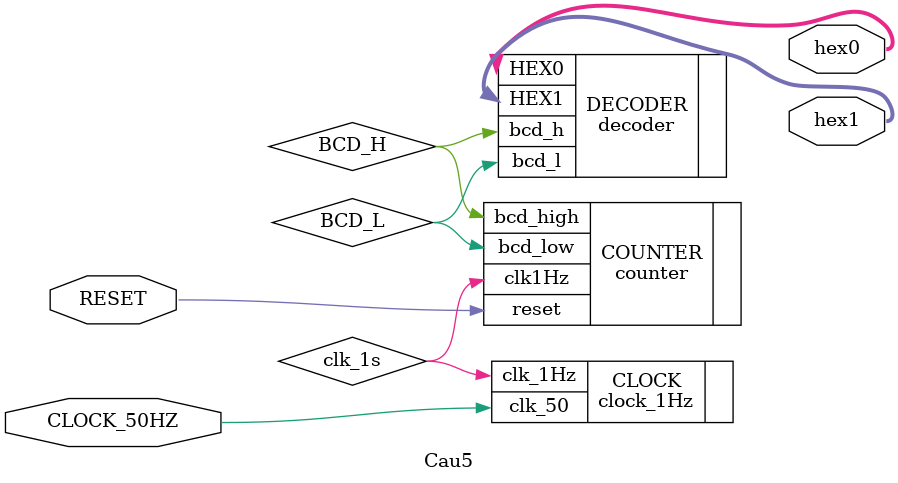
<source format=v>
module Cau5(
	input wire CLOCK_50HZ, RESET,
	output [6:0] hex0,hex1
);
wire clk_1s, BCD_H, BCD_L;
clock_1Hz CLOCK(.clk_50(CLOCK_50HZ),.clk_1Hz(clk_1s));
counter COUNTER(.reset(RESET),.clk1Hz(clk_1s),.bcd_high(BCD_H),.bcd_low(BCD_L));
decoder DECODER(.bcd_h(BCD_H),.bcd_l(BCD_L),.HEX0(hex0),.HEX1(hex1));
endmodule

</source>
